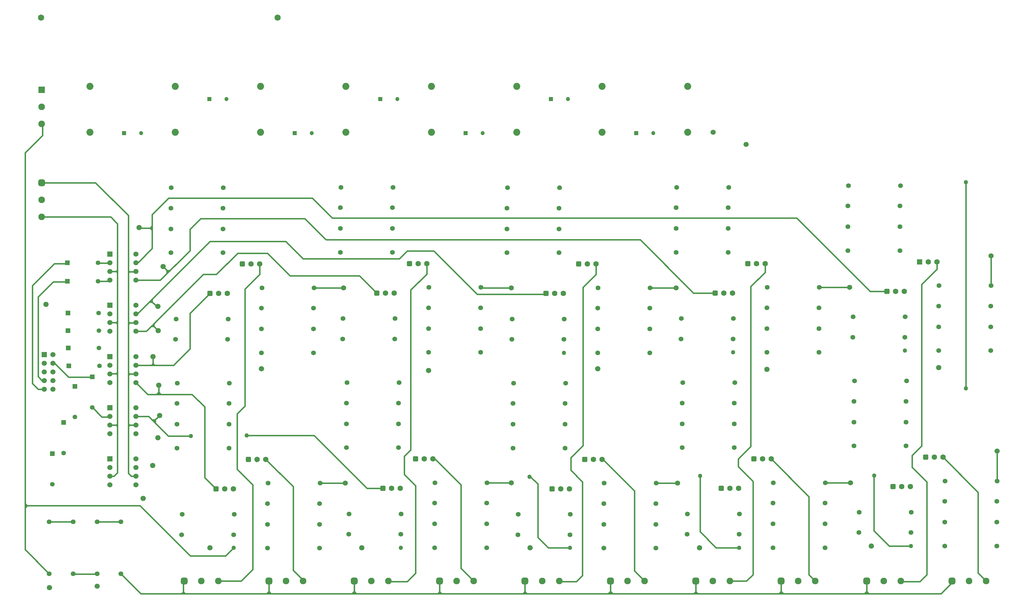
<source format=gbl>
G04*
G04 #@! TF.GenerationSoftware,Altium Limited,Altium Designer,20.0.10 (225)*
G04*
G04 Layer_Physical_Order=2*
G04 Layer_Color=16711680*
%FSLAX25Y25*%
%MOIN*%
G70*
G01*
G75*
%ADD13C,0.01575*%
%ADD37C,0.06102*%
%ADD38C,0.05906*%
%ADD39C,0.05512*%
%ADD40C,0.07677*%
G04:AMPARAMS|DCode=41|XSize=76.77mil|YSize=76.77mil|CornerRadius=19.19mil|HoleSize=0mil|Usage=FLASHONLY|Rotation=270.000|XOffset=0mil|YOffset=0mil|HoleType=Round|Shape=RoundedRectangle|*
%AMROUNDEDRECTD41*
21,1,0.07677,0.03839,0,0,270.0*
21,1,0.03839,0.07677,0,0,270.0*
1,1,0.03839,-0.01919,-0.01919*
1,1,0.03839,-0.01919,0.01919*
1,1,0.03839,0.01919,0.01919*
1,1,0.03839,0.01919,-0.01919*
%
%ADD41ROUNDEDRECTD41*%
%ADD42R,0.05315X0.05315*%
%ADD43C,0.05315*%
%ADD44R,0.05315X0.05315*%
%ADD45R,0.04724X0.04724*%
%ADD46C,0.04724*%
%ADD47C,0.08071*%
%ADD48C,0.07181*%
%ADD49R,0.07677X0.07677*%
%ADD50R,0.05906X0.05906*%
%ADD51R,0.05906X0.05906*%
G04:AMPARAMS|DCode=52|XSize=76.77mil|YSize=76.77mil|CornerRadius=19.19mil|HoleSize=0mil|Usage=FLASHONLY|Rotation=0.000|XOffset=0mil|YOffset=0mil|HoleType=Round|Shape=RoundedRectangle|*
%AMROUNDEDRECTD52*
21,1,0.07677,0.03839,0,0,0.0*
21,1,0.03839,0.07677,0,0,0.0*
1,1,0.03839,0.01919,-0.01919*
1,1,0.03839,-0.01919,-0.01919*
1,1,0.03839,-0.01919,0.01919*
1,1,0.03839,0.01919,0.01919*
%
%ADD52ROUNDEDRECTD52*%
G04:AMPARAMS|DCode=53|XSize=62.99mil|YSize=62.99mil|CornerRadius=15.75mil|HoleSize=0mil|Usage=FLASHONLY|Rotation=90.000|XOffset=0mil|YOffset=0mil|HoleType=Round|Shape=RoundedRectangle|*
%AMROUNDEDRECTD53*
21,1,0.06299,0.03150,0,0,90.0*
21,1,0.03150,0.06299,0,0,90.0*
1,1,0.03150,0.01575,0.01575*
1,1,0.03150,0.01575,-0.01575*
1,1,0.03150,-0.01575,-0.01575*
1,1,0.03150,-0.01575,0.01575*
%
%ADD53ROUNDEDRECTD53*%
%ADD54C,0.06299*%
%ADD55R,0.06299X0.06299*%
%ADD56C,0.05000*%
D13*
X404000Y399701D02*
X405201D01*
X407000Y401500D01*
X408799Y399701D01*
X407000Y401500D02*
Y409500D01*
Y399701D02*
X408799D01*
X430701D01*
X407000Y400000D02*
Y401500D01*
X430701Y399701D02*
X449500Y418500D01*
X387331Y399701D02*
X404000D01*
X407000D01*
X402500Y472500D02*
X402668Y472668D01*
X406000D01*
Y476000D01*
Y472668D02*
X406084Y472584D01*
X404334Y474334D02*
X411168Y467500D01*
X412500D01*
X405000Y444500D02*
X408000D01*
X405000D02*
X406500Y446000D01*
X399256Y438756D02*
X405000Y444500D01*
X408500Y444000D02*
X413000Y439500D01*
X406500Y446000D02*
X408500Y444000D01*
X406500Y446000D02*
X408000Y447500D01*
Y444500D02*
Y447500D01*
X465000Y504500D01*
X406597Y336500D02*
X409500D01*
Y333000D02*
Y336500D01*
X407750Y334750D02*
X414500Y341500D01*
X411000Y366000D02*
X413500Y368500D01*
X416000Y366000D02*
X416500D01*
X413500Y368500D02*
X416000Y366000D01*
X413500D02*
Y376500D01*
X423000Y505500D02*
Y509000D01*
X426500D01*
X418500Y513500D02*
X424500Y507500D01*
X415311Y497811D02*
X449500Y532000D01*
X387331Y497811D02*
X415311D01*
X449500Y532000D02*
Y556500D01*
X403500Y558000D02*
X406000Y555500D01*
X403500Y558000D02*
X404152Y558652D01*
X406000Y560500D01*
X391500Y558000D02*
X406000D01*
X391000Y558500D02*
X391500Y558000D01*
X287500Y143000D02*
X288000Y142500D01*
X441000Y188500D02*
X450000Y179500D01*
X490500D02*
X500000Y189000D01*
X450000Y179500D02*
X490500D01*
X259500Y237500D02*
X261348D01*
X262000D02*
X392000Y237500D01*
X259500Y240000D02*
Y250000D01*
Y186878D02*
Y235000D01*
X472000Y188500D02*
X472500Y189000D01*
X261348Y237500D02*
X262000D01*
X259500D02*
Y240000D01*
Y235000D02*
Y237500D01*
X392000Y237500D02*
X441000Y188500D01*
X1380000Y266000D02*
Y300500D01*
X1373000Y492000D02*
Y526000D01*
X1182000Y264000D02*
X1211000D01*
X1176000Y489500D02*
X1210000D01*
X613500Y569500D02*
X1149000D01*
X1233500Y485000D01*
X1253000D01*
X987000Y263500D02*
X1011500D01*
X980500Y489000D02*
X1010000D01*
X929000Y544500D02*
X968500D01*
X1030000Y483000D02*
X1055000D01*
X968500Y544500D02*
X1030000Y483000D01*
X792000Y264000D02*
X820000D01*
X786000Y489000D02*
X820000D01*
X599500Y263500D02*
X628500D01*
X653500Y257500D02*
X672000D01*
X515682Y318500D02*
X592500D01*
X653500Y257500D01*
X592500Y489000D02*
X626500D01*
X1056000Y189000D02*
X1082500D01*
X1037500Y207500D02*
X1056000Y189000D01*
X1037500Y207500D02*
Y272000D01*
X1255500Y191000D02*
X1280500D01*
X1238000Y208500D02*
Y272107D01*
Y208500D02*
X1255500Y191000D01*
X841000Y271000D02*
X842000D01*
X850500Y262500D01*
Y201000D02*
Y262500D01*
Y201000D02*
X853000Y198500D01*
X862500Y189000D01*
X887500D01*
X259500Y235000D02*
X262000Y237500D01*
X261348Y238152D02*
X262000Y237500D01*
X259500Y240000D02*
X261348Y238152D01*
X259500Y186878D02*
X287402Y158976D01*
Y218976D02*
X314961D01*
Y158500D02*
X342043D01*
X342520Y158976D01*
X341676Y219000D02*
X370055D01*
X370079Y218976D01*
Y158976D02*
X393055Y136000D01*
X378500Y506000D02*
X379000Y506500D01*
X380000Y507500D01*
X378500Y509000D02*
X380000Y507500D01*
X378500D02*
X387020D01*
X387331Y507811D01*
X378500Y447000D02*
X380000Y448500D01*
X378500Y450000D02*
Y450500D01*
Y450000D02*
X380000Y448500D01*
X378500D02*
X387075D01*
X387331Y448756D01*
X378500Y388000D02*
X380000Y389500D01*
X378500Y391000D02*
Y391500D01*
Y391000D02*
X380000Y389500D01*
X378500D02*
X387130D01*
X387331Y389701D01*
X378500Y329000D02*
X380000Y330500D01*
X378500Y332000D02*
Y332500D01*
Y332000D02*
X380000Y330500D01*
X378500D02*
X387185D01*
X387331Y330646D01*
X378500Y275000D02*
Y572500D01*
X381909Y271590D02*
X387331D01*
X378500Y275000D02*
X381909Y271590D01*
X340764Y610236D02*
X378500Y572500D01*
X278740Y610236D02*
X340764D01*
X366000Y506000D02*
Y506500D01*
X364500Y508000D02*
X366000Y506500D01*
X366000Y509500D02*
Y510000D01*
X364500Y508000D02*
X366000Y509500D01*
X357520Y508000D02*
X366000D01*
X357331Y507811D02*
X357520Y508000D01*
X366000Y447000D02*
Y447256D01*
X364500Y448756D02*
X366000Y447256D01*
Y450256D02*
Y450500D01*
X364500Y448756D02*
X366000Y450256D01*
X366000Y449000D02*
X366000Y563000D01*
X366000Y390000D02*
Y391500D01*
X357331Y448756D02*
X366000D01*
X364500Y390000D02*
X366000D01*
X364500Y330500D02*
X366000D01*
X366000Y332000D02*
Y388500D01*
Y275500D02*
Y329000D01*
X357630Y390000D02*
X364500D01*
X366000Y391500D02*
X366000Y449000D01*
X357476Y330500D02*
X364500D01*
X366000Y388500D02*
Y390000D01*
Y330500D02*
Y332000D01*
Y329000D02*
Y330500D01*
X364500Y390000D02*
X366000Y388500D01*
X364500Y390000D02*
X366000Y391500D01*
X357331Y389701D02*
X357630Y390000D01*
X366000Y328500D02*
Y329000D01*
X364500Y330500D02*
X366000Y329000D01*
X364500Y330500D02*
X366000Y332000D01*
X357331Y271590D02*
X362090D01*
X366000Y275500D01*
X357331Y330646D02*
X357476Y330500D01*
X358043Y320646D02*
X358398Y321000D01*
X357331Y320646D02*
X358043D01*
X358134Y570866D02*
X366000Y563000D01*
X278740Y570866D02*
X358134D01*
X406000Y534500D02*
Y573500D01*
X425000Y592500D02*
X590500D01*
X406000Y573500D02*
X425000Y592500D01*
X452000Y366000D02*
X466500Y351500D01*
X401031Y366000D02*
X452000D01*
X466500Y270000D02*
Y351500D01*
X259500Y250000D02*
Y645000D01*
X1131032Y138469D02*
Y150591D01*
X1327882Y148650D02*
Y150591D01*
X934181Y138500D02*
Y150591D01*
X638905Y138500D02*
Y150591D01*
X1229447Y138447D02*
Y150591D01*
X442055Y138000D02*
Y150591D01*
X1032606Y138394D02*
Y150591D01*
X540480Y138500D02*
Y150591D01*
X737331Y138169D02*
Y150591D01*
X835756Y138244D02*
Y150591D01*
X1358000Y159842D02*
X1367252Y150591D01*
X1269417Y150000D02*
X1291000D01*
X1299000Y158000D02*
Y265000D01*
X1291000Y150000D02*
X1299000Y158000D01*
X1282000Y282000D02*
X1299000Y265000D01*
X1268827Y150591D02*
X1269417Y150000D01*
X1163000Y157992D02*
X1170401Y150591D01*
X1071976Y150500D02*
X1091000D01*
X1098500Y158000D02*
Y265500D01*
X1091000Y150500D02*
X1098500Y158000D01*
X962000Y162142D02*
X973551Y150591D01*
X875126Y150000D02*
X895000D01*
X902000Y157000D02*
Y265000D01*
X895000Y150000D02*
X902000Y157000D01*
X762000Y165291D02*
X776701Y150591D01*
X678275Y150000D02*
X700000D01*
X709500Y159500D02*
Y230232D01*
X700000Y150000D02*
X709500Y159500D01*
X625625Y136041D02*
X628959D01*
X624760D02*
X625625D01*
X628959D02*
X629000Y136000D01*
X624739Y136020D02*
X624760Y136041D01*
X624319Y136020D02*
X624739D01*
X623520D02*
X624319D01*
X629000Y136000D02*
X636406D01*
X482283Y150591D02*
X508591D01*
X522000Y164000D01*
Y261500D01*
X568500Y163000D02*
Y259500D01*
Y163000D02*
X579850Y151650D01*
Y150591D02*
Y151650D01*
X442055Y136000D02*
Y138000D01*
X393055Y136000D02*
X411500D01*
X540480Y136020D02*
X542980D01*
X411500Y136000D02*
X414000D01*
X440055D02*
X442055D01*
X259500Y645000D02*
X279500Y665000D01*
X537980Y136020D02*
X540480D01*
X416500Y136000D02*
X440055D01*
X527831Y136020D02*
X537980D01*
X540480Y136020D02*
Y138500D01*
X442055Y136000D02*
X444055D01*
X414000D02*
X416500D01*
X444055D02*
X527831D01*
X542980Y136020D02*
X606500D01*
X440055Y136000D02*
X442055Y138000D01*
X444055Y136000D01*
X537500D02*
X537980D01*
X540480Y138500D01*
X542980Y136000D02*
X543000D01*
X540480Y138500D02*
X542980Y136000D01*
X616000Y136020D02*
X618086D01*
X608019D02*
X614000D01*
X540480D02*
X540480Y136020D01*
X618086Y136020D02*
X620172D01*
X614000D02*
X616000D01*
X623224D02*
X623520D01*
X620172D02*
X623224D01*
X606500D02*
X608019D01*
X638905Y136000D02*
X641405D01*
X638905D02*
Y138500D01*
X636406Y136000D02*
X638905D01*
X641405D02*
X735000D01*
X636000Y136000D02*
X636406D01*
X638905Y138500D01*
X641405Y136000D02*
X641500D01*
X638905Y138500D02*
X641405Y136000D01*
X735000Y136000D02*
X737331D01*
Y138169D01*
X739500Y136000D02*
X804500D01*
X737331D02*
X739500D01*
X735000Y136000D02*
X735161D01*
X737331Y138169D01*
X739500Y136000D01*
X806000Y136000D02*
X808500D01*
X811000D01*
X823106Y136000D02*
X824500D01*
X811000Y136000D02*
X819500D01*
X822000D01*
X824500Y136000D02*
X833512D01*
X804500D02*
X806000D01*
X811000D02*
X811500D01*
X819000D02*
X819500D01*
X822000Y136000D02*
X823106D01*
X835756Y136000D02*
X838000D01*
X835756Y136000D02*
Y138244D01*
X838000Y136000D02*
X931681D01*
X833512D02*
X835756D01*
X833512D02*
X835756Y138244D01*
X838000Y136000D01*
X934181Y136000D02*
Y138500D01*
Y136000D02*
X936500D01*
X835756D02*
X835756Y136000D01*
X936500Y136000D02*
X1003500D01*
X931681D02*
X934181D01*
X931681D02*
X934181Y138500D01*
X936500Y136000D02*
Y136181D01*
X934181Y138500D02*
X936500Y136181D01*
X1017000Y136000D02*
X1019957D01*
X1022000Y136000D02*
X1030000D01*
X1008000Y136000D02*
X1017000D01*
X934181D02*
X934181Y136000D01*
X1006000Y136000D02*
X1008000D01*
X1003500D02*
X1006000D01*
X1019957Y136000D02*
X1022000D01*
X1032606D02*
X1035000D01*
X1032606D02*
Y138394D01*
X1030000Y136000D02*
X1032606D01*
X1035000D02*
X1118382D01*
X1030000Y136000D02*
X1030213D01*
X1032606Y138394D01*
X1035000Y136000D01*
X1131032Y135994D02*
X1133500D01*
X1199000D01*
X1131032Y135994D02*
Y138469D01*
X1118382Y135994D02*
X1128563D01*
X1131032D01*
X1128000Y136000D02*
X1128563D01*
X1131032Y138469D01*
X1133500Y136000D01*
X1214500Y135994D02*
X1217000D01*
X1212000D02*
X1214500D01*
X1204000D02*
X1212000D01*
X1199000D02*
X1201500D01*
X1204000D01*
X1131032D02*
X1131032Y135994D01*
X1217000Y135994D02*
X1227000D01*
X537000Y291000D02*
X568500Y259500D01*
X762000Y165291D02*
Y261500D01*
X732979Y290521D02*
X762000Y261500D01*
X925500Y291000D02*
X962000Y254500D01*
Y162142D02*
Y254500D01*
X1317500Y293500D02*
X1358000Y253000D01*
Y159842D02*
Y253000D01*
X1119500Y291500D02*
X1163000Y248000D01*
Y157992D02*
Y248000D01*
X1217000Y136000D02*
X1217500D01*
X1227000Y135994D02*
X1229228D01*
X1229447Y135775D02*
Y138447D01*
X1229447Y135994D02*
X1231947D01*
X1315226D01*
X1227000Y136000D02*
X1229447Y138447D01*
Y138500D01*
X1231947Y136000D02*
X1232500D01*
X1229447Y138500D02*
X1231947Y136000D01*
X1229228Y135994D02*
X1229447Y135775D01*
X1229447D01*
X1315226Y135994D02*
X1327882Y148650D01*
X1229447Y135994D02*
X1229447Y135994D01*
X539094Y529000D02*
X565095Y503000D01*
X645000D02*
X665000Y483000D01*
X565095Y503000D02*
X645000D01*
X343717Y496500D02*
X354848D01*
X356159Y497811D01*
X357331D01*
X274500Y478717D02*
X291783Y496000D01*
X307784D02*
X308283Y496500D01*
X291783Y496000D02*
X307784D01*
X515682Y318500D02*
X515682Y318500D01*
X401854Y340646D02*
X424500Y318000D01*
X451350D01*
X504000Y279500D02*
X522000Y261500D01*
X1118382Y136000D02*
X1118382Y136000D01*
X823106Y136000D02*
X823106Y136000D01*
X279500Y665000D02*
Y678315D01*
X278728D02*
X279000Y678043D01*
X387331Y517811D02*
X388159Y518640D01*
X390140D02*
X406000Y534500D01*
X388159Y518640D02*
X390140D01*
X449500Y556500D02*
X462000Y569000D01*
X486000D01*
X582000D01*
X390227Y460227D02*
X472500Y542500D01*
X560000D02*
X580000Y522500D01*
X472500Y542500D02*
X560000D01*
X387331Y458756D02*
X388503D01*
X389973Y460227D01*
X390227D01*
X465000Y504500D02*
X480000D01*
X504500Y529000D02*
X539094D01*
X480000Y504500D02*
X504500Y529000D01*
X387331Y438756D02*
X399256D01*
X387331Y379701D02*
X401031Y366000D01*
X387331Y340646D02*
X401854D01*
X293957Y401548D02*
X309500Y386005D01*
X291534Y402000D02*
X291986Y401548D01*
X293957D01*
X278967Y382032D02*
X282468D01*
X344216Y517500D02*
X357331D01*
X343717Y517000D02*
X344216Y517500D01*
X337500Y350500D02*
X348000Y340000D01*
X357331D01*
X337500Y350500D02*
Y350500D01*
X309500Y386005D02*
X337000D01*
X293284Y517000D02*
X308283D01*
X274500Y386500D02*
Y478717D01*
X268000Y385762D02*
Y491716D01*
X293284Y517000D01*
X1293000Y306500D02*
Y493000D01*
X1282000Y282000D02*
Y295500D01*
X1293000Y306500D01*
X704000Y486500D02*
X722500Y505000D01*
X704000Y389757D02*
Y486500D01*
X902500Y307000D02*
Y489500D01*
X917500Y504500D01*
X888500Y293000D02*
X902500Y307000D01*
X1081500Y291500D02*
X1096000Y306000D01*
Y490500D02*
X1112500Y507000D01*
X1096000Y306000D02*
Y490500D01*
X1293000Y493000D02*
X1310500Y510500D01*
X1081500Y282500D02*
X1098500Y265500D01*
X1081500Y282500D02*
Y291500D01*
X504000Y279500D02*
Y343500D01*
X513000Y352500D02*
Y487500D01*
X504000Y343500D02*
X513000Y352500D01*
X888500Y278500D02*
X902000Y265000D01*
X1310500Y510500D02*
Y519000D01*
X1112500Y507000D02*
Y517000D01*
X530000Y504500D02*
Y516500D01*
X513000Y487500D02*
X530000Y504500D01*
X722500Y505000D02*
Y517000D01*
X917500Y504500D02*
Y516500D01*
X888500Y278500D02*
Y293000D01*
X696500Y273488D02*
Y294500D01*
X704000Y302000D01*
Y329872D01*
X696500Y273488D02*
X709500Y260488D01*
Y230232D02*
Y260488D01*
X704000Y329872D02*
Y348500D01*
Y389757D01*
X1344000Y373000D02*
Y611000D01*
X466500Y270000D02*
X479500Y257000D01*
X268000Y378500D02*
X274500Y372000D01*
X268000Y378500D02*
Y385762D01*
X274500Y372000D02*
X281534D01*
X274500Y386500D02*
X278967Y382032D01*
X582000Y569000D02*
X605000Y546000D01*
X449500Y418500D02*
Y459500D01*
X472500Y482500D01*
X590500Y592500D02*
X613500Y569500D01*
X605000Y546000D02*
X606500Y544500D01*
X929000D01*
X818854Y481500D02*
X859000D01*
X860000Y482500D01*
X730470Y531500D02*
X780470Y481500D01*
X818854D01*
X691000Y522500D02*
X700000Y531500D01*
X730470D01*
X580000Y522500D02*
X691000D01*
X924500Y291000D02*
X925500D01*
X729500Y291500D02*
X730479Y290521D01*
X732979D01*
X525986Y291486D02*
Y291486D01*
X525500Y291000D02*
X525986Y291486D01*
X525500Y291000D02*
X525986Y290514D01*
Y288552D02*
Y290514D01*
D37*
X395500Y246000D02*
D03*
X406500Y284000D02*
D03*
X412500Y316000D02*
D03*
X414500Y341500D02*
D03*
X413500Y376500D02*
D03*
X407000Y409500D02*
D03*
X413000Y439500D02*
D03*
X412500Y467500D02*
D03*
X418500Y513500D02*
D03*
X391000Y558500D02*
D03*
X283500Y470000D02*
D03*
X287500Y143000D02*
D03*
X472500Y189000D02*
D03*
X647500D02*
D03*
X841500D02*
D03*
X1037000D02*
D03*
X1235000Y191000D02*
D03*
X1312500Y397000D02*
D03*
X1114500Y395000D02*
D03*
X919500Y395500D02*
D03*
X724500Y393500D02*
D03*
X532000Y395500D02*
D03*
D38*
X1090500Y654500D02*
D03*
X1052500Y668500D02*
D03*
X342500Y144500D02*
D03*
X1380000Y300500D02*
D03*
X1373000Y526000D02*
D03*
X1211000Y264000D02*
D03*
X1210000Y489500D02*
D03*
X1011500Y263500D02*
D03*
X1010000Y489000D02*
D03*
X820000Y264000D02*
D03*
Y489000D02*
D03*
X628500Y263500D02*
D03*
X626500Y489000D02*
D03*
X291534Y392000D02*
D03*
X281534D02*
D03*
X291534Y402000D02*
D03*
X281534D02*
D03*
X291534Y412000D02*
D03*
X281534Y382000D02*
D03*
Y372000D02*
D03*
X291534Y382000D02*
D03*
Y372000D02*
D03*
X357331Y281591D02*
D03*
Y271590D02*
D03*
Y261591D02*
D03*
X387331Y291590D02*
D03*
Y281591D02*
D03*
Y271590D02*
D03*
Y261591D02*
D03*
X357331Y340646D02*
D03*
Y330646D02*
D03*
Y320646D02*
D03*
X387331Y350646D02*
D03*
Y340646D02*
D03*
Y330646D02*
D03*
Y320646D02*
D03*
X357331Y458756D02*
D03*
Y448756D02*
D03*
Y438756D02*
D03*
X387331Y468756D02*
D03*
Y458756D02*
D03*
Y448756D02*
D03*
Y438756D02*
D03*
X357331Y399701D02*
D03*
Y389701D02*
D03*
Y379701D02*
D03*
X387331Y409701D02*
D03*
Y399701D02*
D03*
Y389701D02*
D03*
Y379701D02*
D03*
X357331Y517811D02*
D03*
Y507811D02*
D03*
Y497811D02*
D03*
X387331Y527811D02*
D03*
Y517811D02*
D03*
Y507811D02*
D03*
Y497811D02*
D03*
D39*
X287402Y158976D02*
D03*
Y218976D02*
D03*
X314961Y158976D02*
D03*
Y218976D02*
D03*
X342520Y158976D02*
D03*
Y218976D02*
D03*
X370079Y158976D02*
D03*
Y218976D02*
D03*
X440500Y227500D02*
D03*
X500500D02*
D03*
X440000Y204000D02*
D03*
X500000D02*
D03*
X494500Y304000D02*
D03*
X434500D02*
D03*
X494500Y331500D02*
D03*
X434500D02*
D03*
X494500Y355500D02*
D03*
X434500D02*
D03*
X495000Y379000D02*
D03*
X435000D02*
D03*
X599000Y240000D02*
D03*
X539000D02*
D03*
X599000Y216000D02*
D03*
X539000D02*
D03*
X599000Y188500D02*
D03*
X539000D02*
D03*
X731500Y189000D02*
D03*
X791500D02*
D03*
X731500Y216500D02*
D03*
X791500D02*
D03*
X731500Y240500D02*
D03*
X791500D02*
D03*
X732000Y264000D02*
D03*
X792000D02*
D03*
X630500Y379500D02*
D03*
X690500D02*
D03*
X630000Y356000D02*
D03*
X690000D02*
D03*
X630000Y332000D02*
D03*
X690000D02*
D03*
X630000Y304500D02*
D03*
X690000D02*
D03*
X692500Y204500D02*
D03*
X632500D02*
D03*
X693000Y228000D02*
D03*
X633000D02*
D03*
X1083000D02*
D03*
X1023000D02*
D03*
X1082500Y204500D02*
D03*
X1022500D02*
D03*
X1017000Y304500D02*
D03*
X1077000D02*
D03*
X1017000Y332000D02*
D03*
X1077000D02*
D03*
X1017000Y356000D02*
D03*
X1077000D02*
D03*
X1017500Y379500D02*
D03*
X1077500D02*
D03*
X1122000Y264000D02*
D03*
X1182000D02*
D03*
X1121500Y240500D02*
D03*
X1181500D02*
D03*
X1121500Y216500D02*
D03*
X1181500D02*
D03*
X1121500Y189000D02*
D03*
X1181500D02*
D03*
X926500Y188500D02*
D03*
X986500D02*
D03*
X926500Y216000D02*
D03*
X986500D02*
D03*
X926500Y240000D02*
D03*
X986500D02*
D03*
X927000Y263500D02*
D03*
X987000D02*
D03*
X822500Y379000D02*
D03*
X882500D02*
D03*
X822000Y355500D02*
D03*
X882000D02*
D03*
X822000Y331500D02*
D03*
X882000D02*
D03*
X822000Y304000D02*
D03*
X882000D02*
D03*
X887500Y204000D02*
D03*
X827500D02*
D03*
X888000Y227500D02*
D03*
X828000D02*
D03*
X539500Y263500D02*
D03*
X599500D02*
D03*
X1379500Y191000D02*
D03*
X1319500D02*
D03*
X1379500Y218500D02*
D03*
X1319500D02*
D03*
X1379500Y242500D02*
D03*
X1319500D02*
D03*
X1380000Y266000D02*
D03*
X1320000D02*
D03*
X1275500Y381500D02*
D03*
X1215500D02*
D03*
X1275000Y358000D02*
D03*
X1215000D02*
D03*
X1275000Y334000D02*
D03*
X1215000D02*
D03*
X1275000Y306500D02*
D03*
X1215000D02*
D03*
X1220500Y206500D02*
D03*
X1280500D02*
D03*
X1221000Y230000D02*
D03*
X1281000D02*
D03*
X1274000Y455500D02*
D03*
X1214000D02*
D03*
X1273500Y432000D02*
D03*
X1213500D02*
D03*
X1208000Y532000D02*
D03*
X1268000D02*
D03*
X1208000Y559500D02*
D03*
X1268000D02*
D03*
X1208000Y583500D02*
D03*
X1268000D02*
D03*
X1208500Y607000D02*
D03*
X1268500D02*
D03*
X1313000Y491500D02*
D03*
X1373000D02*
D03*
X1312500Y468000D02*
D03*
X1372500D02*
D03*
X1312500Y444000D02*
D03*
X1372500D02*
D03*
X1312500Y416500D02*
D03*
X1372500D02*
D03*
X592500Y489000D02*
D03*
X532500D02*
D03*
X821000Y453000D02*
D03*
X881000D02*
D03*
X820500Y429500D02*
D03*
X880500D02*
D03*
X875000Y529500D02*
D03*
X815000D02*
D03*
X875000Y557000D02*
D03*
X815000D02*
D03*
X875000Y581000D02*
D03*
X815000D02*
D03*
X875500Y604500D02*
D03*
X815500D02*
D03*
X980000Y489000D02*
D03*
X920000D02*
D03*
X979500Y465500D02*
D03*
X919500D02*
D03*
X979500Y441500D02*
D03*
X919500D02*
D03*
X979500Y414000D02*
D03*
X919500D02*
D03*
X1174500Y414500D02*
D03*
X1114500D02*
D03*
X1174500Y442000D02*
D03*
X1114500D02*
D03*
X1174500Y466000D02*
D03*
X1114500D02*
D03*
X1175000Y489500D02*
D03*
X1115000D02*
D03*
X1070500Y605000D02*
D03*
X1010500D02*
D03*
X1070000Y581500D02*
D03*
X1010000D02*
D03*
X1070000Y557500D02*
D03*
X1010000D02*
D03*
X1070000Y530000D02*
D03*
X1010000D02*
D03*
X1015500Y430000D02*
D03*
X1075500D02*
D03*
X1016000Y453500D02*
D03*
X1076000D02*
D03*
X626000D02*
D03*
X686000D02*
D03*
X625500Y430000D02*
D03*
X685500D02*
D03*
X683000Y530000D02*
D03*
X623000D02*
D03*
X683000Y557500D02*
D03*
X623000D02*
D03*
X683000Y581500D02*
D03*
X623000D02*
D03*
X683500Y605000D02*
D03*
X623500D02*
D03*
X785000Y489500D02*
D03*
X725000D02*
D03*
X784500Y466000D02*
D03*
X724500D02*
D03*
X784500Y442000D02*
D03*
X724500D02*
D03*
X784500Y414500D02*
D03*
X724500D02*
D03*
X532000Y414000D02*
D03*
X592000D02*
D03*
X532000Y441500D02*
D03*
X592000D02*
D03*
X532000Y465500D02*
D03*
X592000D02*
D03*
X428000Y604500D02*
D03*
X488000D02*
D03*
X427500Y581000D02*
D03*
X487500D02*
D03*
X427500Y557000D02*
D03*
X487500D02*
D03*
X427500Y529500D02*
D03*
X487500D02*
D03*
X493000Y429500D02*
D03*
X433000D02*
D03*
X493500Y453000D02*
D03*
X433500D02*
D03*
D40*
X278740Y590551D02*
D03*
Y570866D02*
D03*
X278728Y698000D02*
D03*
Y678315D02*
D03*
X953866Y150591D02*
D03*
X973551D02*
D03*
X1052291D02*
D03*
X1071976D02*
D03*
X1150716D02*
D03*
X1170401D02*
D03*
X1249142D02*
D03*
X1268827D02*
D03*
X1347567D02*
D03*
X1367252D02*
D03*
X875126D02*
D03*
X855441D02*
D03*
X776701D02*
D03*
X757016D02*
D03*
X678275D02*
D03*
X658591D02*
D03*
X579850D02*
D03*
X560165D02*
D03*
X482283D02*
D03*
X462598D02*
D03*
D41*
X278740Y610236D02*
D03*
D42*
X291000Y297716D02*
D03*
X304000Y333717D02*
D03*
X317000Y375217D02*
D03*
X337000Y386216D02*
D03*
D43*
X291000Y262283D02*
D03*
X304000Y298284D02*
D03*
X317000Y339784D02*
D03*
X337000Y350783D02*
D03*
X345216Y399000D02*
D03*
X344717Y419500D02*
D03*
X344500Y439500D02*
D03*
X344216Y460000D02*
D03*
X343717Y496500D02*
D03*
Y518000D02*
D03*
D44*
X309784Y399000D02*
D03*
X309283Y419500D02*
D03*
X309067Y439500D02*
D03*
X308784Y460000D02*
D03*
X308283Y496500D02*
D03*
Y518000D02*
D03*
D45*
X964067Y667476D02*
D03*
X865642Y706847D02*
D03*
X767216Y667476D02*
D03*
X668791Y706847D02*
D03*
X570366Y667476D02*
D03*
X471941Y706847D02*
D03*
X373516Y667476D02*
D03*
D46*
X983752D02*
D03*
X885327Y706847D02*
D03*
X786902Y667476D02*
D03*
X688476Y706847D02*
D03*
X590051Y667476D02*
D03*
X491626Y706847D02*
D03*
X393201Y667476D02*
D03*
D47*
X1023122Y668480D02*
D03*
Y721591D02*
D03*
X924697Y668480D02*
D03*
Y721591D02*
D03*
X530996Y668480D02*
D03*
Y721591D02*
D03*
X629421Y668480D02*
D03*
Y721591D02*
D03*
X826272Y668480D02*
D03*
Y721591D02*
D03*
X727846Y668480D02*
D03*
Y721591D02*
D03*
X432571Y668480D02*
D03*
Y721591D02*
D03*
X334146Y668480D02*
D03*
Y721591D02*
D03*
D48*
X550500Y801000D02*
D03*
X278000D02*
D03*
D49*
X278728Y717685D02*
D03*
D50*
X281534Y412000D02*
D03*
D51*
X357331Y291590D02*
D03*
Y350646D02*
D03*
Y468756D02*
D03*
Y409701D02*
D03*
Y527811D02*
D03*
D52*
X934181Y150591D02*
D03*
X1032606D02*
D03*
X1131032D02*
D03*
X1229457D02*
D03*
X1327882D02*
D03*
X835756D02*
D03*
X737331D02*
D03*
X638905D02*
D03*
X540480D02*
D03*
X442913D02*
D03*
D53*
X479500Y257000D02*
D03*
X517000Y291000D02*
D03*
X709500Y291500D02*
D03*
X672000Y257500D02*
D03*
X1062000D02*
D03*
X1099500Y291500D02*
D03*
X904500Y291000D02*
D03*
X867000Y257000D02*
D03*
X1297500Y293500D02*
D03*
X1260000Y259500D02*
D03*
X1253000Y485000D02*
D03*
X860000Y482500D02*
D03*
X897500Y516500D02*
D03*
X1092500Y517000D02*
D03*
X1055000Y483000D02*
D03*
X665000D02*
D03*
X702500Y517000D02*
D03*
X510000Y516500D02*
D03*
X472500Y482500D02*
D03*
D54*
X489500Y257000D02*
D03*
X499500D02*
D03*
X527000Y291000D02*
D03*
X537000D02*
D03*
X729500Y291500D02*
D03*
X719500D02*
D03*
X692000Y257500D02*
D03*
X682000D02*
D03*
X1082000D02*
D03*
X1072000D02*
D03*
X1119500Y291500D02*
D03*
X1109500D02*
D03*
X924500Y291000D02*
D03*
X914500D02*
D03*
X887000Y257000D02*
D03*
X877000D02*
D03*
X1307500Y293500D02*
D03*
X1317500D02*
D03*
X1270000Y259500D02*
D03*
X1280000D02*
D03*
X1273000Y485000D02*
D03*
X1263000D02*
D03*
X1310500Y519000D02*
D03*
X1300500D02*
D03*
X870000Y482500D02*
D03*
X880000D02*
D03*
X907500Y516500D02*
D03*
X917500D02*
D03*
X1102500Y517000D02*
D03*
X1112500D02*
D03*
X1065000Y483000D02*
D03*
X1075000D02*
D03*
X675000D02*
D03*
X685000D02*
D03*
X712500Y517000D02*
D03*
X722500D02*
D03*
X530000Y516500D02*
D03*
X520000D02*
D03*
X492500Y482500D02*
D03*
X482500D02*
D03*
D55*
X1290500Y519000D02*
D03*
D56*
X1238160Y272107D02*
D03*
X1037500Y272000D02*
D03*
X841000Y271000D02*
D03*
X1273500Y416500D02*
D03*
X1075500Y414500D02*
D03*
X880500Y414000D02*
D03*
X515000Y318500D02*
D03*
X450500Y318000D02*
D03*
X1280500Y191000D02*
D03*
X1082500Y189000D02*
D03*
X887500D02*
D03*
X692500D02*
D03*
X500000D02*
D03*
X1344000Y611000D02*
D03*
Y373000D02*
D03*
M02*

</source>
